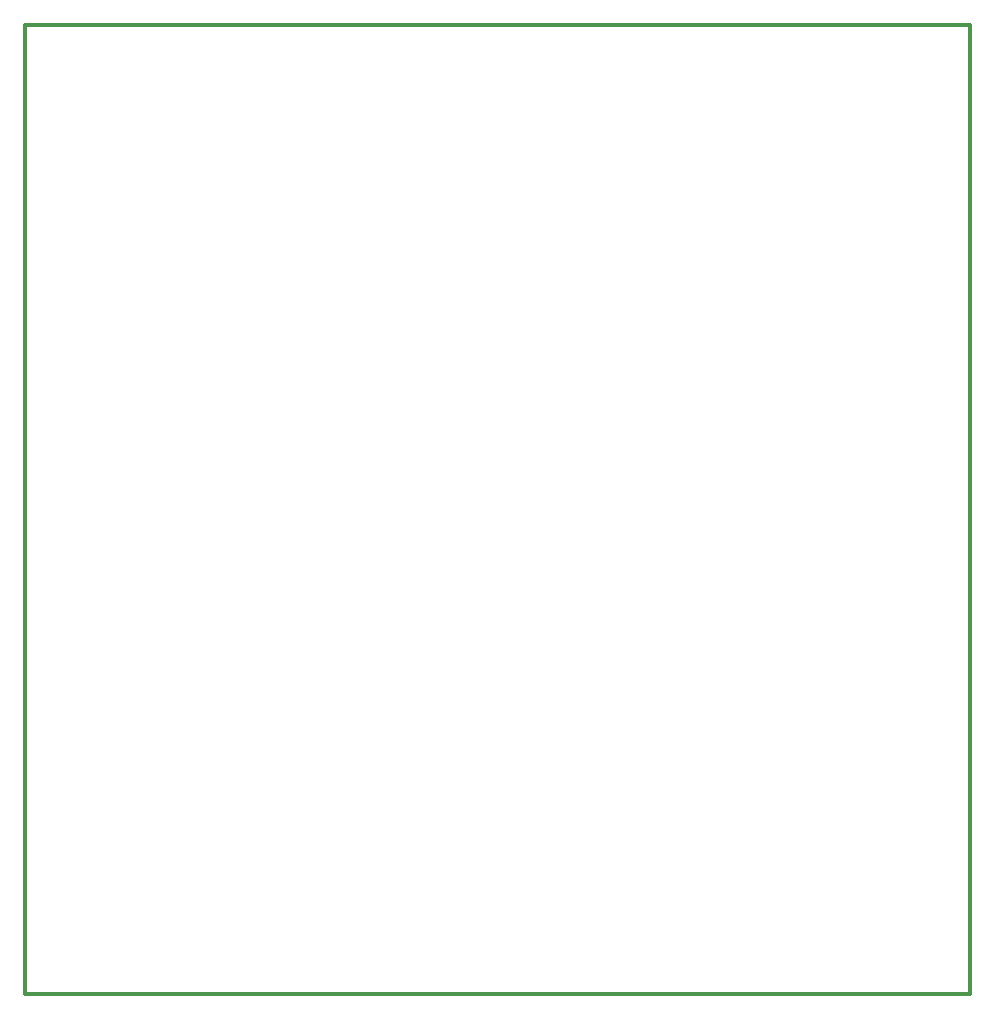
<source format=gbr>
%TF.GenerationSoftware,KiCad,Pcbnew,(5.1.6)-1*%
%TF.CreationDate,2020-10-25T19:30:32+00:00*%
%TF.ProjectId,QuadNew1 - Copy,51756164-4e65-4773-9120-2d20436f7079,rev?*%
%TF.SameCoordinates,Original*%
%TF.FileFunction,Profile,NP*%
%FSLAX46Y46*%
G04 Gerber Fmt 4.6, Leading zero omitted, Abs format (unit mm)*
G04 Created by KiCad (PCBNEW (5.1.6)-1) date 2020-10-25 19:30:32*
%MOMM*%
%LPD*%
G01*
G04 APERTURE LIST*
%TA.AperFunction,Profile*%
%ADD10C,0.300000*%
%TD*%
G04 APERTURE END LIST*
D10*
X24000000Y-53000000D02*
X104000000Y-53000000D01*
X104000000Y-53000000D02*
X104000000Y-135000000D01*
X104000000Y-135000000D02*
X24000000Y-135000000D01*
X24000000Y-135000000D02*
X24000000Y-53000000D01*
M02*

</source>
